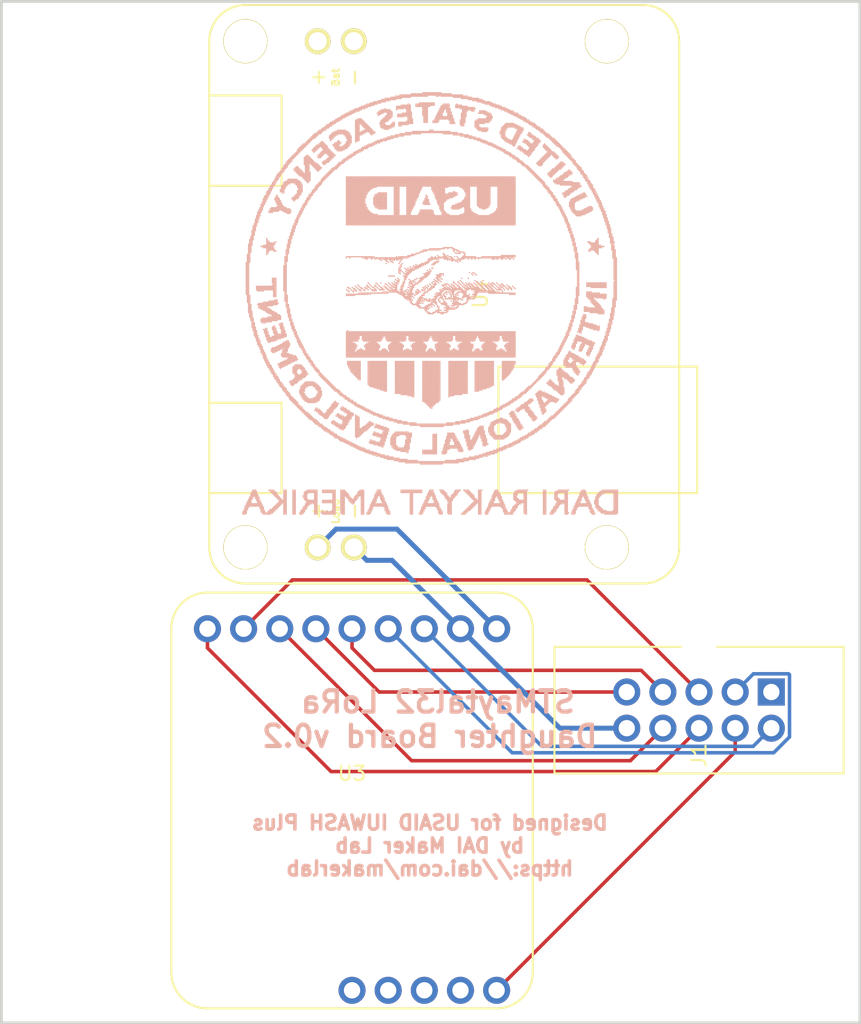
<source format=kicad_pcb>
(kicad_pcb (version 20171130) (host pcbnew "(5.0.1-3-g963ef8bb5)")
  (layers (0 F.Cu signal) (31 B.Cu signal) (34 B.Paste user) (35 F.Paste user) (36 B.SilkS user) (37 F.SilkS user) (38 B.Mask user) (39 F.Mask user) (44 Edge.Cuts user))
  (net 0 "")
  (net 1 GND)
  (net 2 MISO-TX)
  (net 3 MOSI-KEY)
  (net 4 SCK-RX)
  (net 5 RST)
  (net 6 CS-RI)
  (net 7 G1-PSTAT)
  (net 8 G0)
  (net 9 EN)
  (net 10 "Net-(J1-Pad1)")
  (net 11 "Net-(U3-Pad11)")
  (net 12 "Net-(U3-Pad12)")
  (net 13 "Net-(U3-Pad13)")
  (net 14 "Net-(U3-Pad14)")
  (net 15 "Net-(U3-Pad1)")
  (net 16 "Net-(BT2-Pad2)")
  (net 17 "Net-(BT2-Pad1)")
  (module Mounting_Holes:MountingHole_3mm (layer F.Cu) (at 167.386 123.19)
    (fp_text reference REF** hide)
    (fp_text value MountingHole_3mm hide)
    (pad 1 np_thru_hole circle (at 0 0) (size 3 3) (drill 3) (layers *.Cu *.Mask))
  )
  (module Mounting_Holes:MountingHole_3mm (layer F.Cu) (at 121.666 123.19)
    (fp_text reference REF** hide)
    (fp_text value MountingHole_3mm hide)
    (pad 1 np_thru_hole circle (at 0 0) (size 3 3) (drill 3) (layers *.Cu *.Mask))
  )
  (module Mounting_Holes:MountingHole_3mm (layer F.Cu) (at 167.386 78.105)
    (fp_text reference REF** hide)
    (fp_text value MountingHole_3mm hide)
    (pad 1 np_thru_hole circle (at 0 0) (size 3 3) (drill 3) (layers *.Cu *.Mask))
  )
  (module DAI_Maker_Lab_footprints:2x05-JTAG-type-connector (layer F.Cu) (at 163.322 114.554)
    (fp_text reference J1 (at 0 3.175 90) (layer F.SilkS))
    (fp_text value Conn_02x05_Counter_Clockwise hide)
    (pad 2 thru_hole circle (at 5.08 1.27) (size 1.905 1.905) (drill 1.143) (layers *.Cu *.Mask) (net 9 EN))
    (pad 4 thru_hole circle (at 2.54 1.27) (size 1.905 1.905) (drill 1.143) (layers *.Cu *.Mask) (net 7 G1-PSTAT))
    (pad 6 thru_hole circle (at 0 1.27) (size 1.905 1.905) (drill 1.143) (layers *.Cu *.Mask) (net 5 RST))
    (pad 8 thru_hole circle (at -2.54 1.27) (size 1.905 1.905) (drill 1.143) (layers *.Cu *.Mask) (net 3 MOSI-KEY))
    (pad 10 thru_hole circle (at -5.08 1.27) (size 1.905 1.905) (drill 1.143) (layers *.Cu *.Mask) (net 1 GND))
    (pad 1 thru_hole rect (at 5.08 -1.27) (size 1.905 1.905) (drill 1.143) (layers *.Cu *.Mask) (net 10 "Net-(J1-Pad1)"))
    (pad 9 thru_hole circle (at -5.08 -1.27) (size 1.905 1.905) (drill 1.143) (layers *.Cu *.Mask) (net 2 MISO-TX))
    (pad 3 thru_hole circle (at 2.54 -1.27) (size 1.905 1.905) (drill 1.143) (layers *.Cu *.Mask) (net 8 G0))
    (pad 7 thru_hole circle (at -2.54 -1.27) (size 1.905 1.905) (drill 1.143) (layers *.Cu *.Mask) (net 4 SCK-RX))
    (pad 5 thru_hole circle (at 0 -1.27) (size 1.905 1.905) (drill 1.143) (layers *.Cu *.Mask) (net 6 CS-RI))
  )
  (module DAI_Maker_Lab_footprints:Adafruit_LoRa_Breakout (layer F.Cu) (at 138.938 120.269 180)
    (fp_text reference U3 (at 0 1.27 180) (layer F.SilkS))
    (fp_text value Adafruit_LoRa_Breakout)
    (pad 9 thru_hole circle (at 10.16 11.43 180) (size 1.905 1.905) (drill 1.145) (layers *.Cu *.Mask) (net 5 RST))
    (pad 8 thru_hole circle (at 7.62 11.43 180) (size 1.905 1.905) (drill 1.145) (layers *.Cu *.Mask) (net 6 CS-RI))
    (pad 7 thru_hole circle (at 5.08 11.43 180) (size 1.905 1.905) (drill 1.145) (layers *.Cu *.Mask) (net 3 MOSI-KEY))
    (pad 6 thru_hole circle (at 2.54 11.43 180) (size 1.905 1.905) (drill 1.145) (layers *.Cu *.Mask) (net 2 MISO-TX))
    (pad 4 thru_hole circle (at 0 11.43 180) (size 1.905 1.905) (drill 1.145) (layers *.Cu *.Mask) (net 4 SCK-RX))
    (pad 5 thru_hole circle (at -2.54 11.43 180) (size 1.905 1.905) (drill 1.145) (layers *.Cu *.Mask) (net 8 G0))
    (pad 3 thru_hole circle (at -5.08 11.43 180) (size 1.905 1.905) (drill 1.145) (layers *.Cu *.Mask) (net 9 EN))
    (pad 2 thru_hole circle (at -7.62 11.43 180) (size 1.905 1.905) (drill 1.145) (layers *.Cu *.Mask) (net 1 GND))
    (pad 1 thru_hole circle (at -10.16 11.43 180) (size 1.905 1.905) (drill 1.145) (layers *.Cu *.Mask) (net 15 "Net-(U3-Pad1)"))
    (pad 14 thru_hole circle (at 0 -13.97 180) (size 1.905 1.905) (drill 1.145) (layers *.Cu *.Mask) (net 14 "Net-(U3-Pad14)"))
    (pad 13 thru_hole circle (at -2.54 -13.97 180) (size 1.905 1.905) (drill 1.145) (layers *.Cu *.Mask) (net 13 "Net-(U3-Pad13)"))
    (pad 12 thru_hole circle (at -5.08 -13.97 180) (size 1.905 1.905) (drill 1.145) (layers *.Cu *.Mask) (net 12 "Net-(U3-Pad12)"))
    (pad 11 thru_hole circle (at -7.62 -13.97 180) (size 1.905 1.905) (drill 1.145) (layers *.Cu *.Mask) (net 11 "Net-(U3-Pad11)"))
    (pad 10 thru_hole circle (at -10.16 -13.97 180) (size 1.905 1.905) (drill 1.145) (layers *.Cu *.Mask) (net 7 G1-PSTAT))
  )
  (module Mounting_Holes:MountingHole_3mm (layer F.Cu) (at 121.666 78.105)
    (fp_text reference REF** hide)
    (fp_text value MountingHole_3mm hide)
    (pad 1 np_thru_hole circle (at 0 0) (size 3 3) (drill 3) (layers *.Cu *.Mask))
  )
  (module DAI_Maker_Lab_footprints:Adafruit_LiPo_Solar (layer F.Cu) (at 145.415 85.344 90)
    (fp_text reference U4 (at 0 2.54 90) (layer F.SilkS))
    (fp_text value Adafruit_LiPoly_Solar)
    (fp_text user Load (at -15.24 -7.62 270) (layer F.SilkS) (effects (font (size 0.5 0.5) (thickness 0.125))))
    (fp_text user - (at -15.24 -6.35 90) (layer F.SilkS))
    (fp_text user + (at -15.24 -8.89 90) (layer F.SilkS))
    (fp_text user Bat (at 15.24 -7.62 90) (layer F.SilkS) (effects (font (size 0.5 0.5) (thickness 0.125))))
    (fp_text user + (at 15.24 -8.89 90) (layer F.SilkS))
    (fp_text user - (at 15.24 -6.35 90) (layer F.SilkS))
    (pad 1 thru_hole circle (at 17.78 -8.89 90) (size 1.82 1.82) (drill 1.27) (layers *.Cu *.Mask F.SilkS) (net 17 "Net-(BT2-Pad1)"))
    (pad 2 thru_hole circle (at 17.78 -6.35 90) (size 1.82 1.82) (drill 1.27) (layers *.Cu *.Mask F.SilkS) (net 16 "Net-(BT2-Pad2)"))
    (pad 3 thru_hole circle (at -17.78 -8.89 90) (size 1.82 1.82) (drill 1.27) (layers *.Cu *.Mask F.SilkS) (net 15 "Net-(U3-Pad1)"))
    (pad "" thru_hole circle (at -17.78 -13.97 90) (size 3.1 3.1) (drill 3) (layers *.Cu *.Mask F.SilkS))
    (pad "" thru_hole circle (at 17.78 -13.97 90) (size 3.1 3.1) (drill 3) (layers *.Cu *.Mask F.SilkS))
    (pad "" thru_hole circle (at -17.78 11.43 90) (size 3.1 3.1) (drill 3) (layers *.Cu *.Mask F.SilkS))
    (pad "" thru_hole circle (at 17.78 11.43 90) (size 3.1 3.1) (drill 3) (layers *.Cu *.Mask F.SilkS))
    (pad 4 thru_hole circle (at -17.78 -6.35 90) (size 1.82 1.82) (drill 1.27) (layers *.Cu *.Mask F.SilkS) (net 1 GND))
  )
  (module DAI_Maker_Lab_footprints:dari_rakyat_larger (layer B.Cu) (at 158.75 70.104 180)
    (fp_text reference "" hide)
    (fp_text value "" (at 0 0 180) (layer B.SilkS) (effects (font (size 1.27 1.27)) (justify mirror)))
  )
  (gr_line (start 174.625 136.525) (end 114.3 136.525) (layer Edge.Cuts) (width 0.2))
  (gr_line (start 174.625 64.77) (end 174.625 136.525) (layer Edge.Cuts) (width 0.2))
  (gr_line (start 114.3 64.77) (end 114.3 136.525) (layer Edge.Cuts) (width 0.2))
  (gr_line (start 114.3 64.77) (end 174.625 64.77) (layer Edge.Cuts) (width 0.2))
  (gr_text "Designed for USAID IUWASH Plus\nby DAI Maker Lab\nhttps://dai.com/makerlab" (at 144.399 124.079) (layer B.SilkS) (effects (font (size 1 1) (thickness 0.25)) (justify mirror)))
  (gr_text "STMaytal32 LoRa \nDaughter Board v0.2" (at 144.399 115.189) (layer B.SilkS) (effects (font (size 1.5 1.5) (thickness 0.3)) (justify mirror)))
  (segment (start 145.605501 107.886501) (end 146.558 108.839) (width 0.35) (layer B.Cu) (net 1))
  (segment (start 139.974999 104.033999) (end 141.752999 104.033999) (width 0.35) (layer B.Cu) (net 1))
  (segment (start 141.752999 104.033999) (end 145.605501 107.886501) (width 0.35) (layer B.Cu) (net 1))
  (segment (start 139.065 103.124) (end 139.974999 104.033999) (width 0.35) (layer B.Cu) (net 1))
  (segment (start 153.543 115.824) (end 158.242 115.824) (width 0.35) (layer B.Cu) (net 1))
  (segment (start 146.558 108.839) (end 153.543 115.824) (width 0.35) (layer B.Cu) (net 1))
  (segment (start 140.843 113.284) (end 158.242 113.284) (width 0.25) (layer F.Cu) (net 2))
  (segment (start 136.398 108.839) (end 140.843 113.284) (width 0.25) (layer F.Cu) (net 2))
  (segment (start 133.858 108.839) (end 143.129 118.11) (width 0.25) (layer F.Cu) (net 3))
  (segment (start 158.496 118.11) (end 160.782 115.824) (width 0.25) (layer F.Cu) (net 3))
  (segment (start 143.129 118.11) (end 158.496 118.11) (width 0.25) (layer F.Cu) (net 3))
  (segment (start 138.938 110.186038) (end 140.511962 111.76) (width 0.25) (layer F.Cu) (net 4))
  (segment (start 138.938 108.839) (end 138.938 110.186038) (width 0.25) (layer F.Cu) (net 4))
  (segment (start 159.258 111.76) (end 160.782 113.284) (width 0.25) (layer F.Cu) (net 4))
  (segment (start 140.511962 111.76) (end 159.258 111.76) (width 0.25) (layer F.Cu) (net 4))
  (segment (start 128.778 110.186038) (end 137.463962 118.872) (width 0.25) (layer F.Cu) (net 5))
  (segment (start 128.778 108.839) (end 128.778 110.186038) (width 0.25) (layer F.Cu) (net 5))
  (segment (start 160.274 118.872) (end 163.322 115.824) (width 0.25) (layer F.Cu) (net 5))
  (segment (start 137.463962 118.872) (end 160.274 118.872) (width 0.25) (layer F.Cu) (net 5))
  (segment (start 131.318 108.839) (end 134.747 105.41) (width 0.25) (layer F.Cu) (net 6))
  (segment (start 155.448 105.41) (end 163.322 113.284) (width 0.25) (layer F.Cu) (net 6))
  (segment (start 134.747 105.41) (end 155.448 105.41) (width 0.25) (layer F.Cu) (net 6))
  (segment (start 165.862 117.475) (end 165.862 115.824) (width 0.25) (layer F.Cu) (net 7))
  (segment (start 149.098 134.239) (end 165.862 117.475) (width 0.25) (layer F.Cu) (net 7))
  (segment (start 166.814499 112.331501) (end 165.862 113.284) (width 0.25) (layer B.Cu) (net 8))
  (segment (start 169.614501 112.006499) (end 167.139501 112.006499) (width 0.25) (layer B.Cu) (net 8))
  (segment (start 169.679501 112.071499) (end 169.614501 112.006499) (width 0.25) (layer B.Cu) (net 8))
  (segment (start 167.139501 112.006499) (end 166.814499 112.331501) (width 0.25) (layer B.Cu) (net 8))
  (segment (start 169.679501 116.437201) (end 169.679501 112.071499) (width 0.25) (layer B.Cu) (net 8))
  (segment (start 168.565191 117.551511) (end 169.679501 116.437201) (width 0.25) (layer B.Cu) (net 8))
  (segment (start 150.190511 117.551511) (end 168.565191 117.551511) (width 0.25) (layer B.Cu) (net 8))
  (segment (start 141.478 108.839) (end 150.190511 117.551511) (width 0.25) (layer B.Cu) (net 8))
  (segment (start 152.280501 117.101501) (end 167.124499 117.101501) (width 0.25) (layer B.Cu) (net 9))
  (segment (start 167.449501 116.776499) (end 168.402 115.824) (width 0.25) (layer B.Cu) (net 9))
  (segment (start 167.124499 117.101501) (end 167.449501 116.776499) (width 0.25) (layer B.Cu) (net 9))
  (segment (start 144.018 108.839) (end 152.280501 117.101501) (width 0.25) (layer B.Cu) (net 9))
  (segment (start 148.145501 107.886501) (end 149.098 108.839) (width 0.35) (layer B.Cu) (net 15))
  (segment (start 142.097999 101.838999) (end 148.145501 107.886501) (width 0.35) (layer B.Cu) (net 15))
  (segment (start 137.810001 101.838999) (end 142.097999 101.838999) (width 0.35) (layer B.Cu) (net 15))
  (segment (start 136.525 103.124) (end 137.810001 101.838999) (width 0.35) (layer B.Cu) (net 15))
)
</source>
